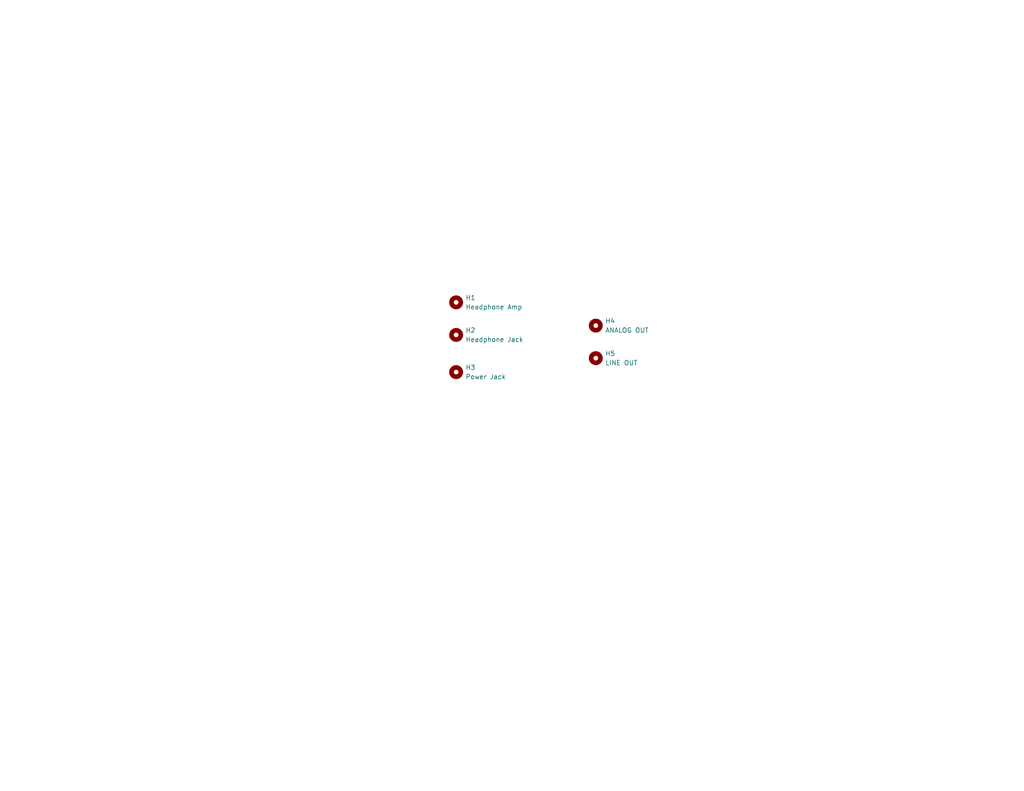
<source format=kicad_sch>
(kicad_sch (version 20211123) (generator eeschema)

  (uuid f41bf597-e7ed-4b8f-b68f-874b3f9a0068)

  (paper "USLetter")

  (title_block
    (title "Minidrone Aux Panel")
    (date "2022-05-30")
    (rev "0.1")
    (company "Max Proskauer")
  )

  (lib_symbols
    (symbol "Mechanical:MountingHole" (pin_names (offset 1.016)) (in_bom yes) (on_board yes)
      (property "Reference" "H" (id 0) (at 0 5.08 0)
        (effects (font (size 1.27 1.27)))
      )
      (property "Value" "MountingHole" (id 1) (at 0 3.175 0)
        (effects (font (size 1.27 1.27)))
      )
      (property "Footprint" "" (id 2) (at 0 0 0)
        (effects (font (size 1.27 1.27)) hide)
      )
      (property "Datasheet" "~" (id 3) (at 0 0 0)
        (effects (font (size 1.27 1.27)) hide)
      )
      (property "ki_keywords" "mounting hole" (id 4) (at 0 0 0)
        (effects (font (size 1.27 1.27)) hide)
      )
      (property "ki_description" "Mounting Hole without connection" (id 5) (at 0 0 0)
        (effects (font (size 1.27 1.27)) hide)
      )
      (property "ki_fp_filters" "MountingHole*" (id 6) (at 0 0 0)
        (effects (font (size 1.27 1.27)) hide)
      )
      (symbol "MountingHole_0_1"
        (circle (center 0 0) (radius 1.27)
          (stroke (width 1.27) (type default) (color 0 0 0 0))
          (fill (type none))
        )
      )
    )
  )


  (symbol (lib_id "Mechanical:MountingHole") (at 124.46 82.55 0) (unit 1)
    (in_bom yes) (on_board yes) (fields_autoplaced)
    (uuid 3972731b-f399-4762-8cc2-e809556f5d91)
    (property "Reference" "H1" (id 0) (at 127 81.2799 0)
      (effects (font (size 1.27 1.27)) (justify left))
    )
    (property "Value" "Headphone Amp" (id 1) (at 127 83.8199 0)
      (effects (font (size 1.27 1.27)) (justify left))
    )
    (property "Footprint" "kosmo-lib:Module_Headphone_Amp" (id 2) (at 124.46 82.55 0)
      (effects (font (size 1.27 1.27)) hide)
    )
    (property "Datasheet" "~" (id 3) (at 124.46 82.55 0)
      (effects (font (size 1.27 1.27)) hide)
    )
  )

  (symbol (lib_id "Mechanical:MountingHole") (at 124.46 91.44 0) (unit 1)
    (in_bom yes) (on_board yes) (fields_autoplaced)
    (uuid 411b167f-46c6-4cc8-b163-8d52dbf6ae25)
    (property "Reference" "H2" (id 0) (at 127 90.1699 0)
      (effects (font (size 1.27 1.27)) (justify left))
    )
    (property "Value" "Headphone Jack" (id 1) (at 127 92.7099 0)
      (effects (font (size 1.27 1.27)) (justify left))
    )
    (property "Footprint" "kosmo-lib:Hole_Jack" (id 2) (at 124.46 91.44 0)
      (effects (font (size 1.27 1.27)) hide)
    )
    (property "Datasheet" "~" (id 3) (at 124.46 91.44 0)
      (effects (font (size 1.27 1.27)) hide)
    )
  )

  (symbol (lib_id "Mechanical:MountingHole") (at 124.46 101.6 0) (unit 1)
    (in_bom yes) (on_board yes) (fields_autoplaced)
    (uuid 45f57aba-e5a3-4a52-8854-a48cdf913f84)
    (property "Reference" "H3" (id 0) (at 127 100.3299 0)
      (effects (font (size 1.27 1.27)) (justify left))
    )
    (property "Value" "Power Jack" (id 1) (at 127 102.8699 0)
      (effects (font (size 1.27 1.27)) (justify left))
    )
    (property "Footprint" "kosmo-lib:Hole_Barrel_Jack" (id 2) (at 124.46 101.6 0)
      (effects (font (size 1.27 1.27)) hide)
    )
    (property "Datasheet" "~" (id 3) (at 124.46 101.6 0)
      (effects (font (size 1.27 1.27)) hide)
    )
  )

  (symbol (lib_id "Mechanical:MountingHole") (at 162.56 88.9 0) (unit 1)
    (in_bom yes) (on_board yes) (fields_autoplaced)
    (uuid 63ce8951-ee17-4af0-bda3-fb508d7df67a)
    (property "Reference" "H4" (id 0) (at 165.1 87.6299 0)
      (effects (font (size 1.27 1.27)) (justify left))
    )
    (property "Value" "ANALOG OUT" (id 1) (at 165.1 90.1699 0)
      (effects (font (size 1.27 1.27)) (justify left))
    )
    (property "Footprint" "kosmo-lib:Hole_Jack" (id 2) (at 162.56 88.9 0)
      (effects (font (size 1.27 1.27)) hide)
    )
    (property "Datasheet" "~" (id 3) (at 162.56 88.9 0)
      (effects (font (size 1.27 1.27)) hide)
    )
  )

  (symbol (lib_id "Mechanical:MountingHole") (at 162.56 97.79 0) (unit 1)
    (in_bom yes) (on_board yes) (fields_autoplaced)
    (uuid f2965aed-c7af-493d-99b7-01499c58bbe3)
    (property "Reference" "H5" (id 0) (at 165.1 96.5199 0)
      (effects (font (size 1.27 1.27)) (justify left))
    )
    (property "Value" "LINE OUT" (id 1) (at 165.1 99.0599 0)
      (effects (font (size 1.27 1.27)) (justify left))
    )
    (property "Footprint" "kosmo-lib:Hole_Jack" (id 2) (at 162.56 97.79 0)
      (effects (font (size 1.27 1.27)) hide)
    )
    (property "Datasheet" "~" (id 3) (at 162.56 97.79 0)
      (effects (font (size 1.27 1.27)) hide)
    )
  )

  (sheet_instances
    (path "/" (page "1"))
  )

  (symbol_instances
    (path "/3972731b-f399-4762-8cc2-e809556f5d91"
      (reference "H1") (unit 1) (value "Headphone Amp") (footprint "kosmo-lib:Module_Headphone_Amp")
    )
    (path "/411b167f-46c6-4cc8-b163-8d52dbf6ae25"
      (reference "H2") (unit 1) (value "Headphone Jack") (footprint "kosmo-lib:Hole_Jack")
    )
    (path "/45f57aba-e5a3-4a52-8854-a48cdf913f84"
      (reference "H3") (unit 1) (value "Power Jack") (footprint "kosmo-lib:Hole_Barrel_Jack")
    )
    (path "/63ce8951-ee17-4af0-bda3-fb508d7df67a"
      (reference "H4") (unit 1) (value "ANALOG OUT") (footprint "kosmo-lib:Hole_Jack")
    )
    (path "/f2965aed-c7af-493d-99b7-01499c58bbe3"
      (reference "H5") (unit 1) (value "LINE OUT") (footprint "kosmo-lib:Hole_Jack")
    )
  )
)

</source>
